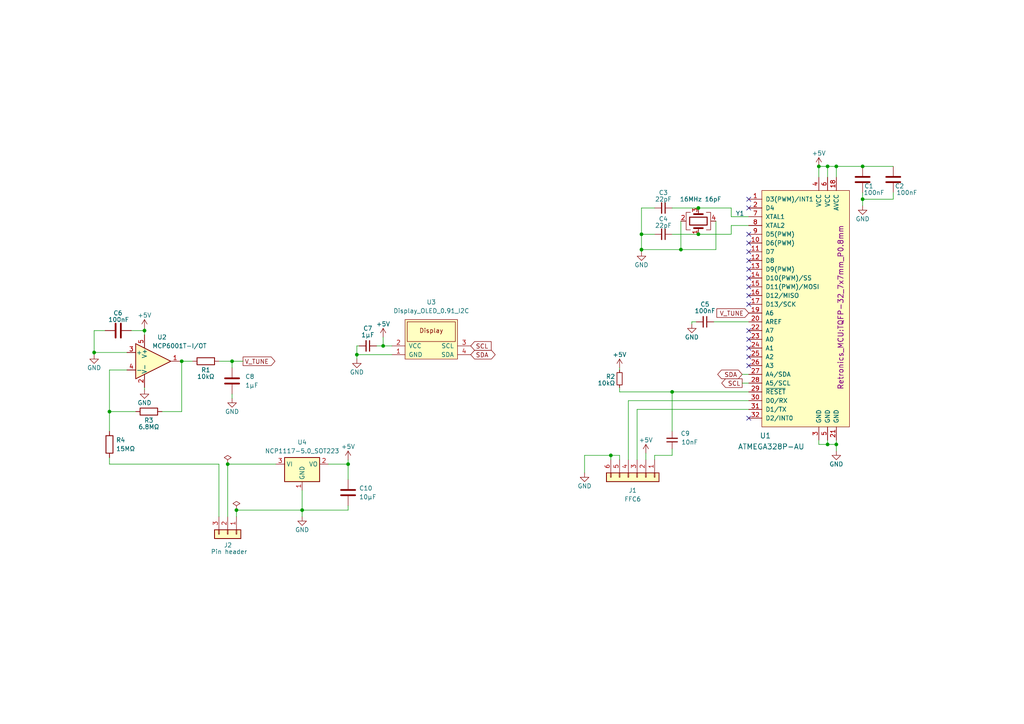
<source format=kicad_sch>
(kicad_sch (version 20230121) (generator eeschema)
  (paper "A4")
  (lib_symbols
    (symbol "Amplifier_Operational:MCP601-xOT" (pin_names (offset 0.127))
      (property "Reference" "U" (at -1.27 6.35 0))
      (property "Value" "MCP601-xOT" (at -1.27 3.81 0))
      (symbol "MCP601-xOT_0_1"
        (polyline (pts (xy -5.08 5.08) (xy 5.08 0) (xy -5.08 -5.08) (xy -5.08 5.08)) (stroke (width 0.254)) (fill (type background)))
        (pin power_in line (at -2.54 -7.62 90) (length 3.81) (name "V-") (number "2"))
        (pin power_in line (at -2.54 7.62 270) (length 3.81) (name "V+") (number "5"))
      )
      (symbol "MCP601-xOT_1_1"
        (pin output line (at 7.62 0 180) (length 2.54) (name "~") (number "1"))
        (pin input line (at -7.62 2.54 0) (length 2.54) (name "+") (number "3"))
        (pin input line (at -7.62 -2.54 0) (length 2.54) (name "-") (number "4"))
      )
    )
    (symbol "Connector_Generic:Conn_01x03" (pin_names (offset 1.016) hide)
      (property "Reference" "J" (at 0 5.08 0))
      (property "Value" "Conn_01x03" (at 0 -5.08 0))
      (symbol "Conn_01x03_1_1"
        (rectangle (start -1.27 -2.413) (end 0 -2.667) (stroke (width 0.1524)))
        (rectangle (start -1.27 0.127) (end 0 -0.127) (stroke (width 0.1524)))
        (rectangle (start -1.27 2.667) (end 0 2.413) (stroke (width 0.1524)))
        (rectangle (start -1.27 3.81) (end 1.27 -3.81) (stroke (width 0.254)) (fill (type background)))
        (pin passive line (at -5.08 2.54 0) (length 3.81) (name "Pin_1") (number "1"))
        (pin passive line (at -5.08 0 0) (length 3.81) (name "Pin_2") (number "2"))
        (pin passive line (at -5.08 -2.54 0) (length 3.81) (name "Pin_3") (number "3"))
      )
    )
    (symbol "Connector_Generic:Conn_01x06" (pin_names (offset 1.016) hide)
      (property "Reference" "J" (at 0 7.62 0))
      (property "Value" "Conn_01x06" (at 0 -10.16 0))
      (symbol "Conn_01x06_1_1"
        (rectangle (start -1.27 -7.493) (end 0 -7.747) (stroke (width 0.1524)))
        (rectangle (start -1.27 -4.953) (end 0 -5.207) (stroke (width 0.1524)))
        (rectangle (start -1.27 -2.413) (end 0 -2.667) (stroke (width 0.1524)))
        (rectangle (start -1.27 0.127) (end 0 -0.127) (stroke (width 0.1524)))
        (rectangle (start -1.27 2.667) (end 0 2.413) (stroke (width 0.1524)))
        (rectangle (start -1.27 5.207) (end 0 4.953) (stroke (width 0.1524)))
        (rectangle (start -1.27 6.35) (end 1.27 -8.89) (stroke (width 0.254)) (fill (type background)))
        (pin passive line (at -5.08 5.08 0) (length 3.81) (name "Pin_1") (number "1"))
        (pin passive line (at -5.08 2.54 0) (length 3.81) (name "Pin_2") (number "2"))
        (pin passive line (at -5.08 0 0) (length 3.81) (name "Pin_3") (number "3"))
        (pin passive line (at -5.08 -2.54 0) (length 3.81) (name "Pin_4") (number "4"))
        (pin passive line (at -5.08 -5.08 0) (length 3.81) (name "Pin_5") (number "5"))
        (pin passive line (at -5.08 -7.62 0) (length 3.81) (name "Pin_6") (number "6"))
      )
    )
    (symbol "Device:C" (pin_numbers hide) (pin_names (offset 0.254))
      (property "Reference" "C" (at 0.635 2.54 0))
      (property "Value" "C" (at 0.635 -2.54 0))
      (symbol "C_0_1"
        (polyline (pts (xy -2.032 -0.762) (xy 2.032 -0.762)) (stroke (width 0.508)))
        (polyline (pts (xy -2.032 0.762) (xy 2.032 0.762)) (stroke (width 0.508)))
      )
      (symbol "C_1_1"
        (pin passive line (at 0 3.81 270) (length 2.794) (name "~") (number "1"))
        (pin passive line (at 0 -3.81 90) (length 2.794) (name "~") (number "2"))
      )
    )
    (symbol "Device:C_Small" (pin_numbers hide) (pin_names (offset 0.254) hide)
      (property "Reference" "C" (at 0.254 1.778 0))
      (property "Value" "C_Small" (at 0.254 -2.032 0))
      (symbol "C_Small_0_1"
        (polyline (pts (xy -1.524 -0.508) (xy 1.524 -0.508)) (stroke (width 0.3302)))
        (polyline (pts (xy -1.524 0.508) (xy 1.524 0.508)) (stroke (width 0.3048)))
      )
      (symbol "C_Small_1_1"
        (pin passive line (at 0 2.54 270) (length 2.032) (name "~") (number "1"))
        (pin passive line (at 0 -2.54 90) (length 2.032) (name "~") (number "2"))
      )
    )
    (symbol "Device:Crystal_GND24" (pin_names (offset 1.016) hide)
      (property "Reference" "Y" (at 3.175 5.08 0))
      (property "Value" "Crystal_GND24" (at 3.175 3.175 0))
      (symbol "Crystal_GND24_0_1"
        (rectangle (start -1.143 2.54) (end 1.143 -2.54) (stroke (width 0.3048)))
        (polyline (pts (xy -2.54 0) (xy -2.032 0)))
        (polyline (pts (xy -2.032 -1.27) (xy -2.032 1.27)) (stroke (width 0.508)))
        (polyline (pts (xy 0 -3.81) (xy 0 -3.556)))
        (polyline (pts (xy 0 3.556) (xy 0 3.81)))
        (polyline (pts (xy 2.032 -1.27) (xy 2.032 1.27)) (stroke (width 0.508)))
        (polyline (pts (xy 2.032 0) (xy 2.54 0)))
        (polyline (pts (xy -2.54 -2.286) (xy -2.54 -3.556) (xy 2.54 -3.556) (xy 2.54 -2.286)))
        (polyline (pts (xy -2.54 2.286) (xy -2.54 3.556) (xy 2.54 3.556) (xy 2.54 2.286)))
      )
      (symbol "Crystal_GND24_1_1"
        (pin passive line (at -3.81 0 0) (length 1.27) (name "1") (number "1"))
        (pin passive line (at 0 5.08 270) (length 1.27) (name "2") (number "2"))
        (pin passive line (at 3.81 0 180) (length 1.27) (name "3") (number "3"))
        (pin passive line (at 0 -5.08 90) (length 1.27) (name "4") (number "4"))
      )
    )
    (symbol "Device:R" (pin_numbers hide) (pin_names (offset 0))
      (property "Reference" "R" (at 2.032 0 90))
      (property "Value" "R" (at 0 0 90))
      (symbol "R_0_1"
        (rectangle (start -1.016 -2.54) (end 1.016 2.54) (stroke (width 0.254)))
      )
      (symbol "R_1_1"
        (pin passive line (at 0 3.81 270) (length 1.27) (name "~") (number "1"))
        (pin passive line (at 0 -3.81 90) (length 1.27) (name "~") (number "2"))
      )
    )
    (symbol "Device:R_Small" (pin_numbers hide) (pin_names (offset 0.254) hide)
      (property "Reference" "R" (at 0.762 0.508 0))
      (property "Value" "R_Small" (at 0.762 -1.016 0))
      (symbol "R_Small_0_1"
        (rectangle (start -0.762 1.778) (end 0.762 -1.778) (stroke (width 0.2032)))
      )
      (symbol "R_Small_1_1"
        (pin passive line (at 0 2.54 270) (length 0.762) (name "~") (number "1"))
        (pin passive line (at 0 -2.54 90) (length 0.762) (name "~") (number "2"))
      )
    )
    (symbol "Regulator_Linear:NCP1117-5.0_SOT223"
      (property "Reference" "U" (at -3.81 3.175 0))
      (property "Value" "NCP1117-5.0_SOT223" (at 0 3.175 0))
      (symbol "NCP1117-5.0_SOT223_0_1"
        (rectangle (start -5.08 -5.08) (end 5.08 1.905) (stroke (width 0.254)) (fill (type background)))
      )
      (symbol "NCP1117-5.0_SOT223_1_1"
        (pin power_in line (at 0 -7.62 90) (length 2.54) (name "GND") (number "1"))
        (pin power_out line (at 7.62 0 180) (length 2.54) (name "VO") (number "2"))
        (pin power_in line (at -7.62 0 0) (length 2.54) (name "VI") (number "3"))
      )
    )
    (symbol "Retronics_Displays:Display_OLED_0.91_I2C" (pin_names (offset 1.016))
      (property "Reference" "U" (at -1.27 -6.35 0))
      (property "Value" "Display_OLED_0.91_I2C" (at 1.27 -3.81 0))
      (symbol "Display_OLED_0.91_I2C_0_0"
        (text "Display" (at -1.27 15.875 0) (effects (font (size 1.27 1.27))))
      )
      (symbol "Display_OLED_0.91_I2C_0_1"
        (rectangle (start -8.89 19.05) (end 6.35 7.62) (fill (type background)))
        (rectangle (start -8.255 18.415) (end 5.715 12.7))
      )
      (symbol "Display_OLED_0.91_I2C_1_1"
        (pin power_in line (at -12.7 8.89 0) (length 3.81) (name "GND") (number "1"))
        (pin power_in line (at -12.7 11.43 0) (length 3.81) (name "VCC") (number "2"))
        (pin input line (at 10.16 11.43 180) (length 3.81) (name "SCL") (number "3"))
        (pin input line (at 10.16 8.89 180) (length 3.81) (name "SDA") (number "4"))
      )
    )
    (symbol "myDevices:ATMEGA328P-AU_Arduino" (pin_names (offset 1.016))
      (property "Reference" "U" (at -8.89 38.1 0))
      (property "Value" "ATMEGA328P-AU_Arduino" (at 13.97 1.27 90))
      (symbol "ATMEGA328P-AU_Arduino_0_1"
        (rectangle (start 16.51 35.56) (end -8.89 -33.02) (fill (type background)))
      )
      (symbol "ATMEGA328P-AU_Arduino_1_1"
        (pin bidirectional line (at -12.7 33.02 0) (length 3.81) (name "D3(PWM)/INT1") (number "1"))
        (pin bidirectional line (at -12.7 20.32 0) (length 3.81) (name "D6(PWM)") (number "10"))
        (pin bidirectional line (at -12.7 17.78 0) (length 3.81) (name "D7") (number "11"))
        (pin bidirectional line (at -12.7 15.24 0) (length 3.81) (name "D8") (number "12"))
        (pin bidirectional line (at -12.7 12.7 0) (length 3.81) (name "D9(PWM)") (number "13"))
        (pin bidirectional line (at -12.7 10.16 0) (length 3.81) (name "D10(PWM)/SS") (number "14"))
        (pin bidirectional line (at -12.7 7.62 0) (length 3.81) (name "D11(PWM)/MOSI") (number "15"))
        (pin bidirectional line (at -12.7 5.08 0) (length 3.81) (name "D12/MISO") (number "16"))
        (pin bidirectional line (at -12.7 2.54 0) (length 3.81) (name "D13/SCK") (number "17"))
        (pin power_in line (at 12.7 39.37 270) (length 3.81) (name "AVCC") (number "18"))
        (pin input line (at -12.7 0 0) (length 3.81) (name "A6") (number "19"))
        (pin bidirectional line (at -12.7 30.48 0) (length 3.81) (name "D4") (number "2"))
        (pin input line (at -12.7 -2.54 0) (length 3.81) (name "AREF") (number "20"))
        (pin power_in line (at 12.7 -36.83 90) (length 3.81) (name "GND") (number "21"))
        (pin input line (at -12.7 -5.08 0) (length 3.81) (name "A7") (number "22"))
        (pin bidirectional line (at -12.7 -7.62 0) (length 3.81) (name "A0") (number "23"))
        (pin bidirectional line (at -12.7 -10.16 0) (length 3.81) (name "A1") (number "24"))
        (pin bidirectional line (at -12.7 -12.7 0) (length 3.81) (name "A2") (number "25"))
        (pin bidirectional line (at -12.7 -15.24 0) (length 3.81) (name "A3") (number "26"))
        (pin bidirectional line (at -12.7 -17.78 0) (length 3.81) (name "A4/SDA") (number "27"))
        (pin bidirectional line (at -12.7 -20.32 0) (length 3.81) (name "A5/SCL") (number "28"))
        (pin bidirectional line (at -12.7 -22.86 0) (length 3.81) (name "~{RESET}") (number "29"))
        (pin power_in line (at 7.62 -36.83 90) (length 3.81) (name "GND") (number "3"))
        (pin bidirectional line (at -12.7 -25.4 0) (length 3.81) (name "D0/RX") (number "30"))
        (pin bidirectional line (at -12.7 -27.94 0) (length 3.81) (name "D1/TX") (number "31"))
        (pin bidirectional line (at -12.7 -30.48 0) (length 3.81) (name "D2/INT0") (number "32"))
        (pin power_in line (at 7.62 39.37 270) (length 3.81) (name "VCC") (number "4"))
        (pin power_in line (at 10.16 -36.83 90) (length 3.81) (name "GND") (number "5"))
        (pin power_in line (at 10.16 39.37 270) (length 3.81) (name "VCC") (number "6"))
        (pin bidirectional line (at -12.7 27.94 0) (length 3.81) (name "XTAL1") (number "7"))
        (pin bidirectional line (at -12.7 25.4 0) (length 3.81) (name "XTAL2") (number "8"))
        (pin bidirectional line (at -12.7 22.86 0) (length 3.81) (name "D5(PWM)") (number "9"))
      )
    )
    (symbol "power:+5V" (power) (pin_names (offset 0))
      (property "Value" "+5V" (at 0 3.556 0))
      (symbol "+5V_0_1"
        (polyline (pts (xy -0.762 1.27) (xy 0 2.54)))
        (polyline (pts (xy 0 0) (xy 0 2.54)))
        (polyline (pts (xy 0 2.54) (xy 0.762 1.27)))
      )
      (symbol "+5V_1_1"
        (pin power_in line (at 0 0 90) (length 0) hide (name "+5V") (number "1"))
      )
    )
    (symbol "power:GND" (power) (pin_names (offset 0))
      (property "Value" "GND" (at 0 -3.81 0))
      (symbol "GND_0_1"
        (polyline (pts (xy 0 0) (xy 0 -1.27) (xy 1.27 -1.27) (xy 0 -2.54) (xy -1.27 -1.27) (xy 0 -1.27)))
      )
      (symbol "GND_1_1"
        (pin power_in line (at 0 0 270) (length 0) hide (name "GND") (number "1"))
      )
    )
    (symbol "power:PWR_FLAG" (power) (pin_numbers hide) (pin_names (offset 0) hide)
      (property "Value" "PWR_FLAG" (at 0 3.81 0))
      (symbol "PWR_FLAG_0_0"
        (pin power_out line (at 0 0 90) (length 0) (name "pwr") (number "1"))
      )
      (symbol "PWR_FLAG_0_1"
        (polyline (pts (xy 0 0) (xy 0 1.27) (xy -1.016 1.905) (xy 0 2.54) (xy 1.016 1.905) (xy 0 1.27)))
      )
    )
  )
  (junction (at 103.505 102.87))
  (junction (at 240.03 128.905))
  (junction (at 66.04 134.62))
  (junction (at 250.19 57.785))
  (junction (at 186.055 72.39))
  (junction (at 242.57 48.26))
  (junction (at 194.945 113.665))
  (junction (at 100.965 134.62))
  (junction (at 177.165 132.08))
  (junction (at 202.565 67.945))
  (junction (at 250.19 48.26))
  (junction (at 31.75 119.38))
  (junction (at 186.055 67.945))
  (junction (at 240.03 48.26))
  (junction (at 52.705 104.775))
  (junction (at 87.63 147.955))
  (junction (at 27.305 102.235))
  (junction (at 68.58 147.955))
  (junction (at 111.125 100.33))
  (junction (at 202.565 60.325))
  (junction (at 67.31 104.775))
  (junction (at 242.57 128.905))
  (junction (at 237.49 48.26))
  (junction (at 197.485 72.39))
  (junction (at 41.91 95.885))
  (no_connect (at 217.17 75.565))
  (no_connect (at 217.17 98.425))
  (no_connect (at 217.17 80.645))
  (no_connect (at 217.17 85.725))
  (no_connect (at 217.17 95.885))
  (no_connect (at 217.17 121.285))
  (no_connect (at 217.17 88.265))
  (no_connect (at 217.17 106.045))
  (no_connect (at 217.17 83.185))
  (no_connect (at 217.17 103.505))
  (no_connect (at 217.17 100.965))
  (no_connect (at 217.17 73.025))
  (no_connect (at 217.17 78.105))
  (no_connect (at 217.17 57.785))
  (no_connect (at 217.17 70.485))
  (no_connect (at 217.17 67.945))
  (no_connect (at 217.17 60.325))
  (wire (pts (xy 215.265 108.585) (xy 217.17 108.585)))
  (wire (pts (xy 52.705 119.38) (xy 52.705 104.775)))
  (wire (pts (xy 67.31 104.775) (xy 63.5 104.775)))
  (wire (pts (xy 27.305 102.235) (xy 27.305 95.885)))
  (wire (pts (xy 111.125 97.79) (xy 111.125 100.33)))
  (wire (pts (xy 52.705 104.775) (xy 52.07 104.775)))
  (wire (pts (xy 111.125 100.33) (xy 113.665 100.33)))
  (wire (pts (xy 237.49 48.26) (xy 240.03 48.26)))
  (wire (pts (xy 240.03 51.435) (xy 240.03 48.26)))
  (wire (pts (xy 27.305 102.235) (xy 36.83 102.235)))
  (wire (pts (xy 194.945 113.665) (xy 194.945 125.095)))
  (wire (pts (xy 240.03 128.905) (xy 242.57 128.905)))
  (wire (pts (xy 31.75 119.38) (xy 39.37 119.38)))
  (wire (pts (xy 207.01 93.345) (xy 217.17 93.345)))
  (wire (pts (xy 87.63 147.955) (xy 100.965 147.955)))
  (wire (pts (xy 186.055 60.325) (xy 189.865 60.325)))
  (wire (pts (xy 169.545 137.16) (xy 169.545 132.08)))
  (wire (pts (xy 46.99 119.38) (xy 52.705 119.38)))
  (wire (pts (xy 186.055 73.025) (xy 186.055 72.39)))
  (wire (pts (xy 31.75 134.62) (xy 63.5 134.62)))
  (wire (pts (xy 179.705 106.68) (xy 179.705 107.315)))
  (wire (pts (xy 242.57 48.26) (xy 242.57 51.435)))
  (wire (pts (xy 237.49 128.905) (xy 240.03 128.905)))
  (wire (pts (xy 259.08 57.785) (xy 259.08 55.88)))
  (wire (pts (xy 31.75 107.315) (xy 36.83 107.315)))
  (wire (pts (xy 202.565 67.945) (xy 212.09 67.945)))
  (wire (pts (xy 95.25 134.62) (xy 100.965 134.62)))
  (wire (pts (xy 179.705 113.665) (xy 194.945 113.665)))
  (wire (pts (xy 215.265 111.125) (xy 217.17 111.125)))
  (wire (pts (xy 27.305 95.885) (xy 30.48 95.885)))
  (wire (pts (xy 100.965 133.35) (xy 100.965 134.62)))
  (wire (pts (xy 189.865 133.35) (xy 189.865 132.08)))
  (wire (pts (xy 27.305 102.87) (xy 27.305 102.235)))
  (wire (pts (xy 67.31 104.775) (xy 70.485 104.775)))
  (wire (pts (xy 194.945 132.08) (xy 194.945 130.175)))
  (wire (pts (xy 179.705 112.395) (xy 179.705 113.665)))
  (wire (pts (xy 31.75 107.315) (xy 31.75 119.38)))
  (wire (pts (xy 182.245 116.205) (xy 182.245 133.35)))
  (wire (pts (xy 103.505 100.33) (xy 103.505 102.87)))
  (wire (pts (xy 41.91 95.885) (xy 41.91 97.155)))
  (wire (pts (xy 212.09 62.865) (xy 217.17 62.865)))
  (wire (pts (xy 52.705 104.775) (xy 55.88 104.775)))
  (wire (pts (xy 184.785 118.745) (xy 217.17 118.745)))
  (wire (pts (xy 250.19 59.69) (xy 250.19 57.785)))
  (wire (pts (xy 67.31 106.68) (xy 67.31 104.775)))
  (wire (pts (xy 240.03 48.26) (xy 242.57 48.26)))
  (wire (pts (xy 197.485 72.39) (xy 207.645 72.39)))
  (wire (pts (xy 212.09 60.325) (xy 212.09 62.865)))
  (wire (pts (xy 200.66 93.345) (xy 200.66 93.98)))
  (wire (pts (xy 194.945 60.325) (xy 202.565 60.325)))
  (wire (pts (xy 194.945 67.945) (xy 202.565 67.945)))
  (wire (pts (xy 197.485 72.39) (xy 197.485 64.135)))
  (wire (pts (xy 66.04 134.62) (xy 80.01 134.62)))
  (wire (pts (xy 66.04 149.86) (xy 66.04 134.62)))
  (wire (pts (xy 237.49 48.26) (xy 237.49 51.435)))
  (wire (pts (xy 186.055 72.39) (xy 197.485 72.39)))
  (wire (pts (xy 240.03 127.635) (xy 240.03 128.905)))
  (wire (pts (xy 194.945 113.665) (xy 217.17 113.665)))
  (wire (pts (xy 250.19 48.26) (xy 259.08 48.26)))
  (wire (pts (xy 202.565 60.325) (xy 212.09 60.325)))
  (wire (pts (xy 31.75 125.095) (xy 31.75 119.38)))
  (wire (pts (xy 38.1 95.885) (xy 41.91 95.885)))
  (wire (pts (xy 237.49 127.635) (xy 237.49 128.905)))
  (wire (pts (xy 242.57 127.635) (xy 242.57 128.905)))
  (wire (pts (xy 177.165 132.08) (xy 179.705 132.08)))
  (wire (pts (xy 104.14 100.33) (xy 103.505 100.33)))
  (wire (pts (xy 177.165 132.08) (xy 177.165 133.35)))
  (wire (pts (xy 31.75 132.715) (xy 31.75 134.62)))
  (wire (pts (xy 212.09 65.405) (xy 217.17 65.405)))
  (wire (pts (xy 100.965 147.955) (xy 100.965 146.685)))
  (wire (pts (xy 212.09 65.405) (xy 212.09 67.945)))
  (wire (pts (xy 169.545 132.08) (xy 177.165 132.08)))
  (wire (pts (xy 103.505 102.87) (xy 113.665 102.87)))
  (wire (pts (xy 41.91 95.25) (xy 41.91 95.885)))
  (wire (pts (xy 207.645 72.39) (xy 207.645 64.135)))
  (wire (pts (xy 186.055 67.945) (xy 186.055 60.325)))
  (wire (pts (xy 109.22 100.33) (xy 111.125 100.33)))
  (wire (pts (xy 68.58 149.86) (xy 68.58 147.955)))
  (wire (pts (xy 68.58 147.955) (xy 87.63 147.955)))
  (wire (pts (xy 189.865 132.08) (xy 194.945 132.08)))
  (wire (pts (xy 186.055 72.39) (xy 186.055 67.945)))
  (wire (pts (xy 41.91 112.395) (xy 41.91 113.03)))
  (wire (pts (xy 63.5 134.62) (xy 63.5 149.86)))
  (wire (pts (xy 242.57 48.26) (xy 250.19 48.26)))
  (wire (pts (xy 187.325 131.445) (xy 187.325 133.35)))
  (wire (pts (xy 87.63 147.955) (xy 87.63 149.86)))
  (wire (pts (xy 67.31 115.57) (xy 67.31 114.3)))
  (wire (pts (xy 242.57 128.905) (xy 242.57 130.81)))
  (wire (pts (xy 250.19 55.88) (xy 250.19 57.785)))
  (wire (pts (xy 200.66 93.345) (xy 201.93 93.345)))
  (wire (pts (xy 182.245 116.205) (xy 217.17 116.205)))
  (wire (pts (xy 184.785 118.745) (xy 184.785 133.35)))
  (wire (pts (xy 103.505 104.14) (xy 103.505 102.87)))
  (wire (pts (xy 100.965 139.065) (xy 100.965 134.62)))
  (wire (pts (xy 87.63 142.24) (xy 87.63 147.955)))
  (wire (pts (xy 250.19 57.785) (xy 259.08 57.785)))
  (wire (pts (xy 179.705 133.35) (xy 179.705 132.08)))
  (wire (pts (xy 189.865 67.945) (xy 186.055 67.945)))
  (global_label "SCL" (shape input) (at 136.525 100.33 0) (property "Intersheetrefs" "${INTERSHEET_REFS}" (effects hide)))
  (global_label "SDA" (shape bidirectional) (at 136.525 102.87 0) (property "Intersheetrefs" "${INTERSHEET_REFS}" (effects hide)))
  (global_label "V_TUNE" (shape output) (at 70.485 104.775 0) (property "Intersheetrefs" "${INTERSHEET_REFS}" (effects hide)))
  (global_label "SCL" (shape output) (at 215.265 111.125 180) (property "Intersheetrefs" "${INTERSHEET_REFS}" (effects hide)))
  (global_label "V_TUNE" (shape input) (at 217.17 90.805 180) (property "Intersheetrefs" "${INTERSHEET_REFS}" (effects hide)))
  (global_label "SDA" (shape bidirectional) (at 215.265 108.585 180) (property "Intersheetrefs" "${INTERSHEET_REFS}" (effects hide)))
  (symbol (lib_id "Device:C") (at 100.965 142.875 0) (unit 1)
    (property "Reference" "C10" (at 104.14 141.605 0) (effects (justify left)))
    (property "Value" "10µF" (at 104.14 144.145 0) (effects (justify left)))
    (property "Footprint" "Retronics_Passives:C_0603_1608Metric_Pad1.08x0.95mm_HandSolder" (effects hide))
  )
  (symbol (lib_id "Connector_Generic:Conn_01x06") (at 184.785 138.43 270) (unit 1)
    (property "Reference" "J1" (at 183.515 142.24 90))
    (property "Value" "FFC6" (at 183.515 144.78 90))
    (property "Footprint" "Retronics_Connectors:FFC_0527450697" (effects hide))
  )
  (symbol (lib_id "Device:R") (at 59.69 104.775 90) (unit 1)
    (property "Reference" "R1" (at 59.69 107.315 90))
    (property "Value" "10kΩ" (at 59.69 109.22 90))
    (property "Footprint" "Retronics_Passives:R_0603_1608Metric_Pad0.98x0.95mm_HandSolder" (effects hide))
  )
  (symbol (lib_id "Device:Crystal_GND24") (at 202.565 64.135 90) (unit 1)
    (property "Reference" "Y1" (at 214.63 61.9191 90))
    (property "Value" "16MHz 16pF" (at 203.2 57.785 90))
    (property "Footprint" "Crystal:Crystal_SMD_SeikoEpson_TSX3225-4Pin_3.2x2.5mm" (effects hide))
  )
  (symbol (lib_id "Connector_Generic:Conn_01x03") (at 66.04 154.94 270) (unit 1)
    (property "Reference" "J2" (at 67.31 158.115 90) (effects (justify right)))
    (property "Value" "Pin header" (at 71.755 160.02 90) (effects (justify right)))
    (property "Footprint" "Retronics_Connectors:PinHeader_1x03_P2.54mm_Horizontal" (effects hide))
  )
  (symbol (lib_id "power:PWR_FLAG") (at 68.58 147.955 0) (unit 1)
    (property "Reference" "#FLG02" (effects hide))
    (property "Value" "PWR_FLAG" (effects hide))
  )
  (symbol (lib_id "power:GND") (at 169.545 137.16 0) (unit 1)
    (property "Reference" "#PWR015" (effects hide))
    (property "Value" "GND" (at 169.545 140.97 0))
  )
  (symbol (lib_id "power:+5V") (at 187.325 131.445 0) (unit 1)
    (property "Reference" "#PWR013" (effects hide))
    (property "Value" "+5V" (at 187.325 127.635 0))
  )
  (symbol (lib_id "Device:C_Small") (at 192.405 60.325 270) (unit 1)
    (property "Reference" "C3" (at 192.405 55.88 90))
    (property "Value" "22pF" (at 192.405 57.785 90))
    (property "Footprint" "Retronics_Passives:C_0603_1608Metric_Pad1.08x0.95mm_HandSolder" (effects hide))
  )
  (symbol (lib_id "power:GND") (at 186.055 73.025 0) (unit 1)
    (property "Reference" "#PWR03" (effects hide))
    (property "Value" "GND" (at 186.055 76.835 0))
  )
  (symbol (lib_id "Device:R") (at 31.75 128.905 0) (unit 1)
    (property "Reference" "R4" (at 33.655 127.635 0) (effects (justify left)))
    (property "Value" "15MΩ" (at 33.655 130.175 0) (effects (justify left)))
    (property "Footprint" "Retronics_Passives:R_0603_1608Metric_Pad0.98x0.95mm_HandSolder" (effects hide))
  )
  (symbol (lib_id "power:GND") (at 200.66 93.98 0) (unit 1)
    (property "Reference" "#PWR04" (effects hide))
    (property "Value" "GND" (at 200.66 97.79 0))
  )
  (symbol (lib_id "Device:C_Small") (at 194.945 127.635 0) (mirror x) (unit 1)
    (property "Reference" "C9" (at 198.755 125.73 0))
    (property "Value" "10nF" (at 200.025 128.27 0))
    (property "Footprint" "Retronics_Passives:C_0603_1608Metric_Pad1.08x0.95mm_HandSolder" (effects hide))
  )
  (symbol (lib_id "power:GND") (at 250.19 59.69 0) (unit 1)
    (property "Reference" "#PWR02" (effects hide))
    (property "Value" "GND" (at 250.19 63.5 0))
  )
  (symbol (lib_id "Device:C_Small") (at 192.405 67.945 270) (unit 1)
    (property "Reference" "C4" (at 192.405 63.5 90))
    (property "Value" "22pF" (at 192.405 65.405 90))
    (property "Footprint" "Retronics_Passives:C_0603_1608Metric_Pad1.08x0.95mm_HandSolder" (effects hide))
  )
  (symbol (lib_id "myDevices:ATMEGA328P-AU_Arduino") (at 229.87 90.805 0) (unit 1)
    (property "Reference" "U1" (at 220.345 126.365 0) (effects (font (size 1.524 1.524)) (justify left)))
    (property "Value" "ATMEGA328P-AU" (at 213.995 129.54 0) (effects (font (size 1.524 1.524)) (justify left)))
    (property "Footprint" "Retronics_MCU:TQFP-32_7x7mm_P0.8mm" (at 243.84 113.03 90) (effects (font (size 1.524 1.524)) (justify left)))
  )
  (symbol (lib_id "power:+5V") (at 111.125 97.79 0) (unit 1)
    (property "Reference" "#PWR06" (effects hide))
    (property "Value" "+5V" (at 111.125 93.98 0))
  )
  (symbol (lib_id "Device:C_Small") (at 204.47 93.345 270) (unit 1)
    (property "Reference" "C5" (at 204.47 88.265 90))
    (property "Value" "100nF" (at 204.47 90.17 90))
    (property "Footprint" "Retronics_Passives:C_0603_1608Metric_Pad1.08x0.95mm_HandSolder" (effects hide))
  )
  (symbol (lib_id "power:GND") (at 67.31 115.57 0) (unit 1)
    (property "Reference" "#PWR011" (effects hide))
    (property "Value" "GND" (at 67.31 119.38 0))
  )
  (symbol (lib_id "power:GND") (at 242.57 130.81 0) (unit 1)
    (property "Reference" "#PWR012" (effects hide))
    (property "Value" "GND" (at 242.57 134.62 0))
  )
  (symbol (lib_id "power:+5V") (at 237.49 48.26 0) (unit 1)
    (property "Reference" "#PWR01" (effects hide))
    (property "Value" "+5V" (at 237.49 44.45 0))
  )
  (symbol (lib_id "Regulator_Linear:NCP1117-5.0_SOT223") (at 87.63 134.62 0) (unit 1)
    (property "Reference" "U4" (at 87.63 128.27 0))
    (property "Value" "NCP1117-5.0_SOT223" (at 87.63 130.81 0))
    (property "Footprint" "Retronics_IC_Power:SOT-223-3_TabPin2" (effects hide))
    (property "Datasheet" "http://www.onsemi.com/pub_link/Collateral/NCP1117-D.PDF" (effects hide))
  )
  (symbol (lib_id "power:PWR_FLAG") (at 66.04 134.62 0) (unit 1)
    (property "Reference" "#FLG01" (effects hide))
    (property "Value" "PWR_FLAG" (effects hide))
  )
  (symbol (lib_id "Device:C") (at 250.19 52.07 180) (unit 1)
    (property "Reference" "C1" (at 253.365 53.975 0) (effects (justify left)))
    (property "Value" "100nF" (at 256.54 55.88 0) (effects (justify left)))
    (property "Footprint" "Retronics_Passives:C_0603_1608Metric_Pad1.08x0.95mm_HandSolder" (effects hide))
  )
  (symbol (lib_id "Device:C") (at 34.29 95.885 90) (unit 1)
    (property "Reference" "C6" (at 35.56 90.805 90) (effects (justify left)))
    (property "Value" "100nF" (at 37.465 92.71 90) (effects (justify left)))
    (property "Footprint" "Retronics_Passives:C_0603_1608Metric_Pad1.08x0.95mm_HandSolder" (effects hide))
  )
  (symbol (lib_id "power:+5V") (at 41.91 95.25 0) (unit 1)
    (property "Reference" "#PWR05" (effects hide))
    (property "Value" "+5V" (at 41.91 91.44 0))
  )
  (symbol (lib_id "power:+5V") (at 179.705 106.68 0) (unit 1)
    (property "Reference" "#PWR09" (effects hide))
    (property "Value" "+5V" (at 179.705 102.87 0))
  )
  (symbol (lib_id "Retronics_Displays:Display_OLED_0.91_I2C") (at 126.365 111.76 0) (unit 1)
    (property "Reference" "U3" (at 125.095 87.63 0))
    (property "Value" "Display_OLED_0.91_I2C" (at 125.095 90.17 0))
    (property "Footprint" "Retronics_Displays:0.91-OLED-4pin-128x32" (effects hide))
  )
  (symbol (lib_id "Device:R") (at 43.18 119.38 90) (unit 1)
    (property "Reference" "R3" (at 43.18 121.92 90))
    (property "Value" "6.8MΩ" (at 43.18 123.825 90))
    (property "Footprint" "Retronics_Passives:R_0603_1608Metric_Pad0.98x0.95mm_HandSolder" (effects hide))
  )
  (symbol (lib_id "Device:R_Small") (at 179.705 109.855 0) (unit 1)
    (property "Reference" "R2" (at 178.435 109.22 0) (effects (justify right)))
    (property "Value" "10kΩ" (at 178.435 111.125 0) (effects (justify right)))
    (property "Footprint" "Retronics_Passives:R_0603_1608Metric_Pad0.98x0.95mm_HandSolder" (effects hide))
  )
  (symbol (lib_id "Device:C_Small") (at 106.68 100.33 270) (unit 1)
    (property "Reference" "C7" (at 106.68 95.25 90))
    (property "Value" "1µF" (at 106.68 97.155 90))
    (property "Footprint" "Retronics_Passives:C_0603_1608Metric_Pad1.08x0.95mm_HandSolder" (effects hide))
  )
  (symbol (lib_id "Device:C") (at 259.08 52.07 180) (unit 1)
    (property "Reference" "C2" (at 262.255 53.975 0) (effects (justify left)))
    (property "Value" "100nF" (at 266.065 55.88 0) (effects (justify left)))
    (property "Footprint" "Retronics_Passives:C_0603_1608Metric_Pad1.08x0.95mm_HandSolder" (effects hide))
  )
  (symbol (lib_id "power:GND") (at 41.91 113.03 0) (unit 1)
    (property "Reference" "#PWR010" (effects hide))
    (property "Value" "GND" (at 41.91 116.84 0))
  )
  (symbol (lib_id "Amplifier_Operational:MCP601-xOT") (at 44.45 104.775 0) (unit 1)
    (property "Reference" "U2" (at 46.99 97.79 0))
    (property "Value" "MCP6001T-I/OT" (at 52.07 100.33 0))
    (property "Footprint" "Package_TO_SOT_SMD:SOT-23-5" (effects hide))
    (property "Datasheet" "http://ww1.microchip.com/downloads/en/DeviceDoc/21314g.pdf" (effects hide))
  )
  (symbol (lib_id "power:GND") (at 27.305 102.87 0) (unit 1)
    (property "Reference" "#PWR07" (effects hide))
    (property "Value" "GND" (at 27.305 106.68 0))
  )
  (symbol (lib_id "Device:C") (at 67.31 110.49 0) (unit 1)
    (property "Reference" "C8" (at 71.12 109.22 0) (effects (justify left)))
    (property "Value" "1µF" (at 71.12 111.76 0) (effects (justify left)))
    (property "Footprint" "Retronics_Passives:C_0603_1608Metric_Pad1.08x0.95mm_HandSolder" (effects hide))
  )
  (symbol (lib_id "power:GND") (at 103.505 104.14 0) (unit 1)
    (property "Reference" "#PWR08" (effects hide))
    (property "Value" "GND" (at 103.505 107.95 0))
  )
  (symbol (lib_id "power:GND") (at 87.63 149.86 0) (unit 1)
    (property "Reference" "#PWR016" (effects hide))
    (property "Value" "GND" (at 87.63 153.67 0))
  )
  (symbol (lib_id "power:+5V") (at 100.965 133.35 0) (unit 1)
    (property "Reference" "#PWR014" (effects hide))
    (property "Value" "+5V" (at 100.965 129.54 0))
  )
)
</source>
